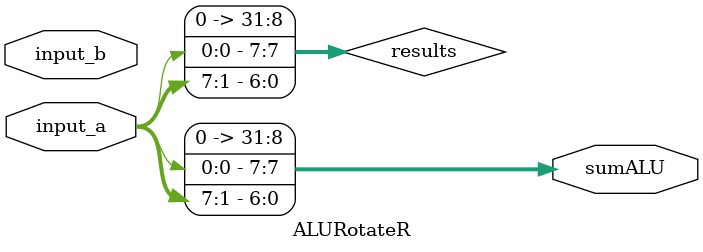
<source format=v>
module ALURotateR (
	input [31:0] input_a, input_b,
	output [31:0] sumALU,
	);
	
	reg [31:0] results;
	assign sumALU = results;
	
	
	always @(*)
	begin
		// Rotate right
           results = {input_a[0],input_a[7:1]};
          
	end
	
endmodule
		
		
	
</source>
